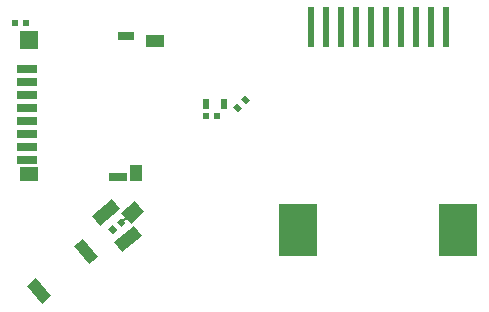
<source format=gbp>
%MOIN*%
%OFA0B0*%
%FSLAX46Y46*%
%IPPOS*%
%LPD*%
%ADD10R,0.023622047244094488X0.13779527559055119*%
%ADD11R,0.12913385826771653X0.17716535433070868*%
%ADD12R,0.01968503937007874X0.023622047244094488*%
%ADD13C,0.0039370078740157488*%
%ADD14R,0.0610236220472441X0.03937007874015748*%
%ADD15R,0.059055118110236227X0.059055118110236227*%
%ADD16R,0.068897637795275593X0.027559055118110236*%
%ADD17R,0.055118110236220472X0.031496062992125991*%
%ADD18R,0.03937007874015748X0.057086614173228349*%
%ADD19R,0.059055118110236227X0.031496062992125991*%
%ADD20R,0.059055118110236227X0.051181102362204731*%
%ADD21R,0.023622047244094488X0.035433070866141732*%
D10*
X-0002677165Y0004921259D02*
X0001836417Y0001255905D03*
X0001736417Y0001255905D03*
X0001786417Y0001255905D03*
X0001636417Y0001255905D03*
X0001686417Y0001255905D03*
X0001536417Y0001255905D03*
X0001586417Y0001255905D03*
X0001486417Y0001255905D03*
X0001886417Y0001255905D03*
X0001436417Y0001255905D03*
D11*
X0001393700Y0000580708D03*
X0001927165Y0000580708D03*
D12*
X0000485039Y0001271653D03*
X0000448031Y0001271653D03*
D13*
G36*
X0000774694Y0000597980D02*
G01*
X0000789878Y0000579884D01*
X0000774798Y0000567231D01*
X0000759614Y0000585326D01*
X0000774694Y0000597980D01*
G37*
G36*
X0000705434Y0000627234D02*
G01*
X0000771785Y0000682908D01*
X0000799622Y0000649733D01*
X0000733271Y0000594059D01*
X0000705434Y0000627234D01*
G37*
G36*
X0000778823Y0000539772D02*
G01*
X0000845174Y0000595446D01*
X0000873011Y0000562271D01*
X0000806661Y0000506597D01*
X0000778823Y0000539772D01*
G37*
G36*
X0000676454Y0000551523D02*
G01*
X0000727067Y0000491204D01*
X0000696908Y0000465898D01*
X0000646295Y0000526216D01*
X0000676454Y0000551523D01*
G37*
G36*
X0000540080Y0000334303D02*
G01*
X0000489467Y0000394622D01*
X0000519626Y0000419928D01*
X0000570239Y0000359610D01*
X0000540080Y0000334303D01*
G37*
G36*
X0000879805Y0000639923D02*
G01*
X0000834566Y0000601963D01*
X0000821912Y0000617043D01*
X0000813166Y0000609704D01*
X0000818228Y0000603672D01*
X0000803148Y0000591019D01*
X0000787964Y0000609115D01*
X0000803044Y0000621768D01*
X0000808105Y0000615736D01*
X0000816851Y0000623075D01*
X0000804198Y0000638155D01*
X0000849437Y0000676115D01*
X0000879805Y0000639923D01*
G37*
D14*
X0000915354Y0001211614D03*
D15*
X0000495078Y0001213582D03*
D16*
X0000490157Y0001117125D03*
X0000490157Y0001073818D03*
X0000490157Y0001030511D03*
X0000490157Y0000987204D03*
X0000490157Y0000943897D03*
X0000490157Y0000900590D03*
X0000490157Y0000857283D03*
D17*
X0000819881Y0001227362D03*
D18*
X0000853346Y0000769685D03*
D19*
X0000794291Y0000756889D03*
D20*
X0000495078Y0000766732D03*
D16*
X0000490157Y0000813976D03*
D21*
X0001086614Y0001000000D03*
X0001145669Y0001000000D03*
D13*
G36*
X0001190248Y0001004195D02*
G01*
X0001206951Y0000987492D01*
X0001193032Y0000973572D01*
X0001176328Y0000990276D01*
X0001190248Y0001004195D01*
G37*
G36*
X0001216416Y0001030364D02*
G01*
X0001233120Y0001013660D01*
X0001219200Y0000999741D01*
X0001202497Y0001016444D01*
X0001216416Y0001030364D01*
G37*
D12*
X0001085826Y0000960629D03*
X0001122834Y0000960629D03*
G04 next file*
G04 #@! TF.GenerationSoftware,KiCad,Pcbnew,5.1.5+dfsg1-2build2*
G04 #@! TF.CreationDate,2021-02-18T18:31:01+01:00*
G04 #@! TF.ProjectId,Edgerails,45646765-7261-4696-9c73-2e6b69636164,rev?*
G04 #@! TF.SameCoordinates,Original*
G04 #@! TF.FileFunction,Paste,Bot*
G04 #@! TF.FilePolarity,Positive*
G04 Gerber Fmt 4.6, Leading zero omitted, Abs format (unit mm)*
G04 Created by KiCad (PCBNEW 5.1.5+dfsg1-2build2) date 2021-02-18 18:31:01*
G04 APERTURE LIST*
G04 APERTURE END LIST*
G04 next file*
G04 #@! TF.GenerationSoftware,KiCad,Pcbnew,5.1.5+dfsg1-2build2*
G04 #@! TF.CreationDate,2021-02-18T18:31:01+01:00*
G04 #@! TF.ProjectId,Edgerails,45646765-7261-4696-9c73-2e6b69636164,rev?*
G04 #@! TF.SameCoordinates,Original*
G04 #@! TF.FileFunction,Paste,Bot*
G04 #@! TF.FilePolarity,Positive*
G04 Gerber Fmt 4.6, Leading zero omitted, Abs format (unit mm)*
G04 Created by KiCad (PCBNEW 5.1.5+dfsg1-2build2) date 2021-02-18 18:31:01*
G04 APERTURE LIST*
G04 APERTURE END LIST*
M02*
</source>
